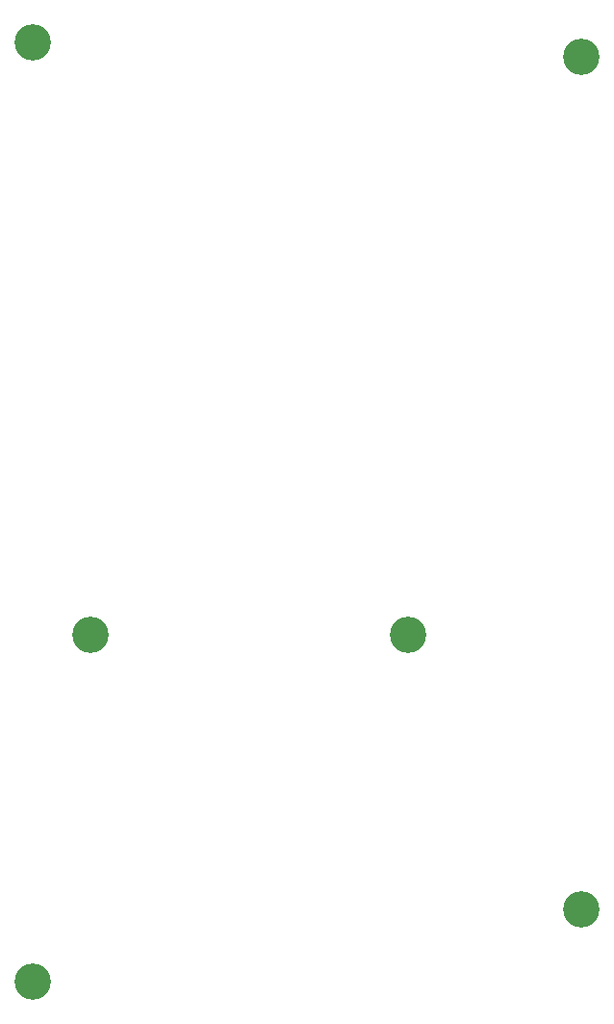
<source format=gbr>
%FSTAX25Y25*%
%MOIN*%
%SFA1B1*%

%IPPOS*%
%ADD51C,0.125984*%
G54D51*
X0175511Y067D03*
X0195511Y0465D03*
X0305511D03*
X0365511Y0665D03*
X0175511Y0345D03*
X0365511Y037D03*
M02*
</source>
